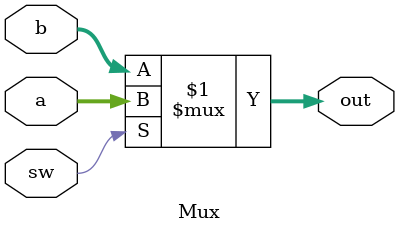
<source format=v>
`timescale 1ns / 1ps
module Mux(
    input [31:0]a,
    input [31:0]b,
    input sw,
    output [31:0]out
    );

assign out=sw?a:b;
endmodule

</source>
